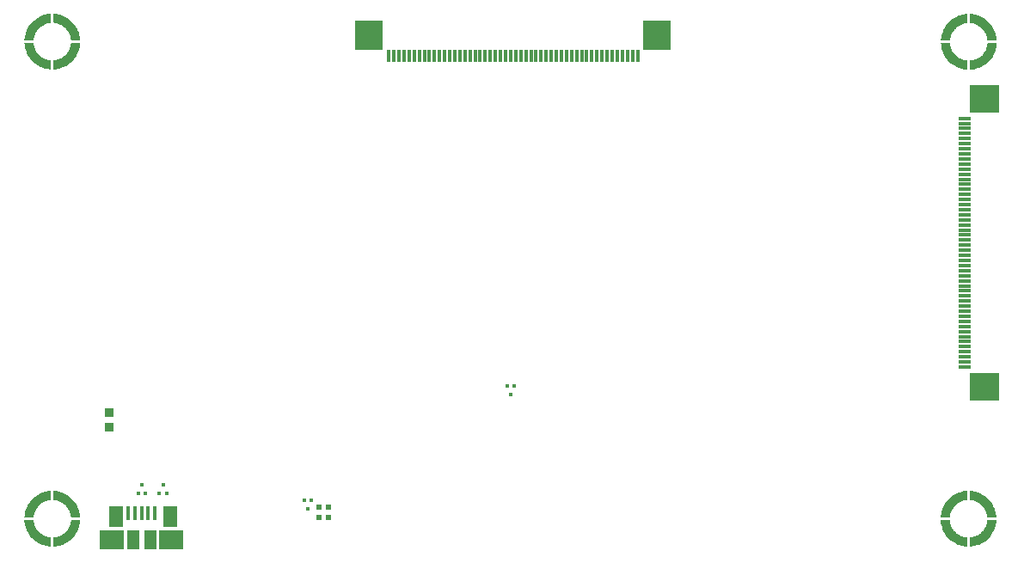
<source format=gbp>
%FSLAX44Y44*%
%MOMM*%
G71*
G01*
G75*
G04 Layer_Color=128*
%ADD10C,0.2500*%
%ADD11R,0.3000X0.3000*%
%ADD12R,0.4500X1.3800*%
%ADD13R,0.7620X0.7620*%
%ADD14R,0.6000X0.5500*%
%ADD15R,0.7620X0.7620*%
%ADD16R,0.6200X0.5700*%
%ADD17R,0.9500X0.9500*%
%ADD18R,0.9600X0.9700*%
%ADD19R,0.5500X1.5000*%
%ADD20R,0.9500X0.9500*%
%ADD21R,1.0000X0.6000*%
%ADD22R,0.5500X0.6000*%
%ADD23R,1.2000X3.0000*%
%ADD24R,0.6000X1.0000*%
%ADD25R,1.5500X1.5500*%
%ADD26O,0.6000X0.3000*%
%ADD27R,0.5000X0.4000*%
%ADD28R,0.5700X0.6200*%
%ADD29R,2.4000X1.5000*%
%ADD30R,0.5900X0.4500*%
%ADD31R,0.3500X0.8500*%
%ADD32R,0.2000X1.0000*%
%ADD33R,0.3000X1.2000*%
%ADD34R,3.2000X1.2000*%
%ADD35R,0.4500X0.2000*%
%ADD36R,0.5000X0.2000*%
%ADD37R,0.2000X0.4500*%
%ADD38R,0.2000X0.5000*%
%ADD39R,0.4500X0.5900*%
%ADD40R,0.3000X1.4500*%
%ADD41R,1.1000X1.4000*%
%ADD42R,0.2300X1.0000*%
%ADD43R,0.4000X0.5500*%
%ADD44R,0.3000X0.5500*%
%ADD45R,1.2500X1.7500*%
%ADD46R,0.9700X0.9600*%
%ADD47R,2.1000X2.1000*%
%ADD48R,0.2500X0.6000*%
%ADD49R,0.6000X0.2500*%
%ADD50O,0.5000X1.6000*%
%ADD51R,0.3000X0.3000*%
%ADD52R,1.0160X1.7000*%
%ADD53R,1.0160X1.7000*%
%ADD54R,1.0000X1.5000*%
%ADD55O,0.3000X0.8000*%
%ADD56O,0.8000X0.3000*%
G04:AMPARAMS|DCode=57|XSize=0.75mm|YSize=1.6mm|CornerRadius=0.075mm|HoleSize=0mm|Usage=FLASHONLY|Rotation=270.000|XOffset=0mm|YOffset=0mm|HoleType=Round|Shape=RoundedRectangle|*
%AMROUNDEDRECTD57*
21,1,0.7500,1.4500,0,0,270.0*
21,1,0.6000,1.6000,0,0,270.0*
1,1,0.1500,-0.7250,-0.3000*
1,1,0.1500,-0.7250,0.3000*
1,1,0.1500,0.7250,0.3000*
1,1,0.1500,0.7250,-0.3000*
%
%ADD57ROUNDEDRECTD57*%
G04:AMPARAMS|DCode=58|XSize=0.6mm|YSize=1.8mm|CornerRadius=0.06mm|HoleSize=0mm|Usage=FLASHONLY|Rotation=270.000|XOffset=0mm|YOffset=0mm|HoleType=Round|Shape=RoundedRectangle|*
%AMROUNDEDRECTD58*
21,1,0.6000,1.6800,0,0,270.0*
21,1,0.4800,1.8000,0,0,270.0*
1,1,0.1200,-0.8400,-0.2400*
1,1,0.1200,-0.8400,0.2400*
1,1,0.1200,0.8400,0.2400*
1,1,0.1200,0.8400,-0.2400*
%
%ADD58ROUNDEDRECTD58*%
G04:AMPARAMS|DCode=59|XSize=1.3mm|YSize=0.7mm|CornerRadius=0.07mm|HoleSize=0mm|Usage=FLASHONLY|Rotation=270.000|XOffset=0mm|YOffset=0mm|HoleType=Round|Shape=RoundedRectangle|*
%AMROUNDEDRECTD59*
21,1,1.3000,0.5600,0,0,270.0*
21,1,1.1600,0.7000,0,0,270.0*
1,1,0.1400,-0.2800,-0.5800*
1,1,0.1400,-0.2800,0.5800*
1,1,0.1400,0.2800,0.5800*
1,1,0.1400,0.2800,-0.5800*
%
%ADD59ROUNDEDRECTD59*%
%ADD60R,3.2000X3.2000*%
%ADD61R,0.7500X0.3000*%
%ADD62R,0.3000X0.7500*%
%ADD63R,1.0160X1.2700*%
%ADD64R,0.4000X0.9000*%
%ADD65R,0.4000X0.5000*%
%ADD66R,1.3900X1.4000*%
%ADD67R,3.3600X4.8600*%
%ADD68R,1.4000X1.1000*%
%ADD69R,0.8500X0.3560*%
%ADD70R,2.6000X3.0000*%
%ADD71R,0.3000X1.7500*%
%ADD72R,2.0000X3.5000*%
%ADD73R,3.4000X2.4000*%
%ADD74R,1.7000X1.0160*%
%ADD75R,1.7000X1.0160*%
%ADD76R,1.4000X2.1000*%
%ADD77R,2.3700X1.9000*%
%ADD78R,1.1750X1.9000*%
%ADD79C,0.2000*%
%ADD80C,0.3000*%
%ADD81C,0.1500*%
%ADD82C,0.4000*%
%ADD83C,0.1800*%
%ADD84C,0.2200*%
%ADD85C,0.3500*%
%ADD86R,2.1000X10.0000*%
%ADD87R,2.6000X6.8000*%
%ADD88R,4.4000X3.2000*%
%ADD89R,2.2000X13.7000*%
%ADD90O,1.0000X1.6000*%
%ADD91C,0.6500*%
%ADD92C,6.0000*%
%ADD93O,1.2000X1.7000*%
%ADD94O,1.2000X1.9000*%
%ADD95C,0.7500*%
%ADD96O,1.4000X2.8500*%
%ADD97O,1.2000X2.2500*%
%ADD98C,0.5000*%
%ADD99C,1.5000*%
%ADD100R,1.5000X1.5000*%
%ADD101O,4.5000X2.0000*%
%ADD102O,2.0000X4.0000*%
%ADD103O,4.0000X2.0000*%
%ADD104C,1.7000*%
%ADD105C,3.2500*%
%ADD106C,1.6500*%
%ADD107C,2.6000*%
%ADD108C,1.9000*%
%ADD109R,1.7000X1.7000*%
%ADD110C,0.6000*%
%ADD111C,1.0160*%
%ADD112R,3.4000X0.8000*%
%ADD113R,6.2000X1.5000*%
%ADD114O,1.6160X2.2160*%
%ADD115C,1.4160*%
%ADD116C,4.7160*%
%ADD117O,1.6160X2.1160*%
%ADD118O,1.6160X2.3160*%
%ADD119C,1.5660*%
%ADD120C,2.0160*%
%ADD121O,1.9160X3.3660*%
%ADD122O,1.7160X2.7560*%
%ADD123C,1.9160*%
%ADD124C,2.0360*%
%ADD125O,2.0160X4.0160*%
%ADD126O,4.0160X2.0160*%
%ADD127C,1.9060*%
%ADD128C,4.2660*%
%ADD129C,2.0360*%
%ADD130C,2.7160*%
%ADD131C,2.6160*%
%ADD132C,2.1160*%
%ADD133C,1.1660*%
%ADD134C,1.2660*%
%ADD135C,1.2160*%
%ADD136C,0.0000*%
%ADD137C,0.0051*%
%ADD138O,4.5160X2.0160*%
%ADD139R,1.2000X0.3000*%
%ADD140R,2.7000X3.0000*%
%ADD141R,3.0000X2.7000*%
%ADD142C,0.2540*%
%ADD143C,0.1000*%
%ADD144C,0.5500*%
%ADD145C,0.2286*%
%ADD146C,0.1270*%
%ADD147C,0.1778*%
%ADD148C,0.1524*%
%ADD149C,0.1200*%
%ADD150R,0.5032X0.5032*%
%ADD151R,0.6532X1.5832*%
%ADD152R,0.9652X0.9652*%
%ADD153R,0.8032X0.7532*%
%ADD154R,0.9652X0.9652*%
%ADD155R,0.8232X0.7732*%
%ADD156R,1.1532X1.1532*%
%ADD157R,1.1632X1.1732*%
%ADD158R,0.7532X1.7032*%
%ADD159R,1.1532X1.1532*%
%ADD160R,1.2032X0.8032*%
%ADD161R,0.7532X0.8032*%
%ADD162R,1.4032X3.2032*%
%ADD163R,0.8032X1.2032*%
%ADD164R,1.7532X1.7532*%
%ADD165O,0.8032X0.5032*%
%ADD166R,0.7032X0.6032*%
%ADD167R,0.7732X0.8232*%
%ADD168R,2.6032X1.7032*%
%ADD169R,0.7932X0.6532*%
%ADD170R,0.5532X1.0532*%
%ADD171R,0.4032X1.2032*%
%ADD172R,0.5032X1.4032*%
%ADD173R,3.4032X1.4032*%
%ADD174R,0.6532X0.4032*%
%ADD175R,0.7032X0.4032*%
%ADD176R,0.4032X0.6532*%
%ADD177R,0.4032X0.7032*%
%ADD178R,0.6532X0.7932*%
%ADD179R,0.5032X1.6532*%
%ADD180R,1.3032X1.6032*%
%ADD181R,0.4332X1.2032*%
%ADD182R,0.6032X0.7532*%
%ADD183R,0.5032X0.7532*%
%ADD184R,1.4532X1.9532*%
%ADD185R,1.1732X1.1632*%
%ADD186R,2.3032X2.3032*%
%ADD187R,0.4532X0.8032*%
%ADD188R,0.8032X0.4532*%
%ADD189O,0.7032X1.8032*%
%ADD190R,0.5032X0.5032*%
%ADD191R,1.2192X1.9032*%
%ADD192R,1.2192X1.9032*%
%ADD193R,1.2032X1.7032*%
%ADD194O,0.5032X1.0032*%
%ADD195O,1.0032X0.5032*%
G04:AMPARAMS|DCode=196|XSize=0.9532mm|YSize=1.8032mm|CornerRadius=0.1766mm|HoleSize=0mm|Usage=FLASHONLY|Rotation=270.000|XOffset=0mm|YOffset=0mm|HoleType=Round|Shape=RoundedRectangle|*
%AMROUNDEDRECTD196*
21,1,0.9532,1.4500,0,0,270.0*
21,1,0.6000,1.8032,0,0,270.0*
1,1,0.3532,-0.7250,-0.3000*
1,1,0.3532,-0.7250,0.3000*
1,1,0.3532,0.7250,0.3000*
1,1,0.3532,0.7250,-0.3000*
%
%ADD196ROUNDEDRECTD196*%
G04:AMPARAMS|DCode=197|XSize=0.8032mm|YSize=2.0032mm|CornerRadius=0.1616mm|HoleSize=0mm|Usage=FLASHONLY|Rotation=270.000|XOffset=0mm|YOffset=0mm|HoleType=Round|Shape=RoundedRectangle|*
%AMROUNDEDRECTD197*
21,1,0.8032,1.6800,0,0,270.0*
21,1,0.4800,2.0032,0,0,270.0*
1,1,0.3232,-0.8400,-0.2400*
1,1,0.3232,-0.8400,0.2400*
1,1,0.3232,0.8400,0.2400*
1,1,0.3232,0.8400,-0.2400*
%
%ADD197ROUNDEDRECTD197*%
G04:AMPARAMS|DCode=198|XSize=1.5032mm|YSize=0.9032mm|CornerRadius=0.1716mm|HoleSize=0mm|Usage=FLASHONLY|Rotation=270.000|XOffset=0mm|YOffset=0mm|HoleType=Round|Shape=RoundedRectangle|*
%AMROUNDEDRECTD198*
21,1,1.5032,0.5600,0,0,270.0*
21,1,1.1600,0.9032,0,0,270.0*
1,1,0.3432,-0.2800,-0.5800*
1,1,0.3432,-0.2800,0.5800*
1,1,0.3432,0.2800,0.5800*
1,1,0.3432,0.2800,-0.5800*
%
%ADD198ROUNDEDRECTD198*%
%ADD199R,3.4032X3.4032*%
%ADD200R,0.9532X0.5032*%
%ADD201R,0.5032X0.9532*%
%ADD202R,1.2192X1.4732*%
%ADD203R,0.6032X1.1032*%
%ADD204R,0.6032X0.7032*%
%ADD205R,1.5932X1.6032*%
%ADD206R,3.5632X5.0632*%
%ADD207R,1.6032X1.3032*%
%ADD208R,1.0532X0.5592*%
%ADD209R,2.8032X3.2032*%
%ADD210R,0.5032X1.9532*%
%ADD211R,2.2032X3.7032*%
%ADD212R,3.6032X2.6032*%
%ADD213R,1.9032X1.2192*%
%ADD214R,1.9032X1.2192*%
%ADD215R,1.6032X2.3032*%
%ADD216R,2.5732X2.1032*%
%ADD217R,1.3782X2.1032*%
%ADD218O,1.2032X1.8032*%
%ADD219C,0.8532*%
%ADD220C,0.2032*%
%ADD221C,6.2032*%
%ADD222O,1.4032X1.9032*%
%ADD223O,1.4032X2.1032*%
%ADD224C,0.9532*%
%ADD225O,1.6032X3.0532*%
%ADD226O,1.4032X2.4532*%
%ADD227C,0.7032*%
%ADD228C,1.7032*%
%ADD229R,1.7032X1.7032*%
%ADD230O,4.7032X2.2032*%
%ADD231O,2.2032X4.2032*%
%ADD232O,4.2032X2.2032*%
%ADD233C,1.9032*%
%ADD234C,3.4532*%
%ADD235C,1.8532*%
%ADD236C,2.8032*%
%ADD237C,2.1032*%
%ADD238R,1.9032X1.9032*%
%ADD239R,1.4032X0.5032*%
%ADD240R,2.9032X3.2032*%
%ADD241R,3.2032X2.9032*%
G36*
X-47269Y67374D02*
X-46053Y67223D01*
X-45052Y67059D01*
X-44260Y66891D01*
X-43549Y66740D01*
X-42597Y66497D01*
X-41560Y66179D01*
X-40677Y65871D01*
X-39808Y65548D01*
X-38450Y64986D01*
X-35673Y63502D01*
X-32804Y61584D01*
X-30896Y59822D01*
X-29114Y57894D01*
X-27820Y56318D01*
X-26626Y54533D01*
X-25964Y53295D01*
X-25713Y52825D01*
X-25463Y52359D01*
X-24947Y51394D01*
X-24515Y50305D01*
X-23826Y48444D01*
X-23322Y46658D01*
X-22914Y44723D01*
X-22689Y43151D01*
X-22545Y41272D01*
X-31543Y41261D01*
X-31577Y41685D01*
X-31598Y41898D01*
X-31622Y42104D01*
X-31694Y42657D01*
X-31734Y42926D01*
X-31780Y43194D01*
X-31881Y43728D01*
X-32000Y44268D01*
X-32068Y44551D01*
X-32107Y44698D01*
X-32184Y44985D01*
X-32267Y45272D01*
X-32355Y45553D01*
X-32461Y45876D01*
X-32571Y46195D01*
X-32627Y46357D01*
X-32689Y46520D01*
X-32804Y46824D01*
X-33000Y47297D01*
X-33203Y47754D01*
X-33420Y48206D01*
X-33648Y48655D01*
X-34141Y49528D01*
X-34433Y49996D01*
X-34716Y50425D01*
X-35005Y50833D01*
X-35340Y51286D01*
X-35521Y51512D01*
X-35951Y52034D01*
X-36174Y52292D01*
X-36398Y52551D01*
X-37327Y53482D01*
X-37955Y54038D01*
X-38542Y54533D01*
X-39113Y54941D01*
X-39456Y55211D01*
X-40164Y55686D01*
X-40829Y56059D01*
X-41431Y56396D01*
X-42061Y56717D01*
X-43123Y57172D01*
X-43968Y57491D01*
X-45297Y57904D01*
X-45661Y57996D01*
X-47082Y58274D01*
X-48722Y58469D01*
X-48722Y67473D01*
X-47269Y67374D01*
D02*
G37*
G36*
X-953534Y58469D02*
X-955174Y58274D01*
X-956595Y57996D01*
X-956959Y57904D01*
X-958288Y57491D01*
X-959134Y57172D01*
X-960195Y56717D01*
X-960825Y56396D01*
X-961427Y56059D01*
X-962092Y55686D01*
X-962800Y55211D01*
X-963144Y54940D01*
X-963714Y54533D01*
X-964301Y54038D01*
X-964929Y53482D01*
X-965858Y52551D01*
X-966082Y52292D01*
X-966305Y52034D01*
X-966735Y51512D01*
X-966916Y51286D01*
X-967251Y50833D01*
X-967540Y50425D01*
X-967823Y49996D01*
X-968115Y49528D01*
X-968608Y48655D01*
X-968836Y48206D01*
X-969053Y47754D01*
X-969256Y47297D01*
X-969452Y46824D01*
X-969567Y46520D01*
X-969629Y46357D01*
X-969685Y46195D01*
X-969796Y45876D01*
X-969901Y45553D01*
X-969989Y45272D01*
X-970072Y44985D01*
X-970149Y44698D01*
X-970189Y44551D01*
X-970256Y44268D01*
X-970375Y43728D01*
X-970476Y43194D01*
X-970522Y42926D01*
X-970562Y42657D01*
X-970634Y42104D01*
X-970658Y41898D01*
X-970679Y41685D01*
X-970713Y41260D01*
X-979712Y41272D01*
X-979567Y43151D01*
X-979342Y44723D01*
X-978934Y46658D01*
X-978430Y48444D01*
X-977741Y50305D01*
X-977309Y51394D01*
X-976793Y52359D01*
X-976544Y52825D01*
X-976292Y53295D01*
X-975630Y54533D01*
X-974436Y56318D01*
X-973142Y57894D01*
X-971360Y59822D01*
X-969452Y61584D01*
X-966583Y63501D01*
X-963806Y64985D01*
X-962448Y65548D01*
X-961579Y65871D01*
X-960696Y66178D01*
X-959660Y66497D01*
X-958707Y66740D01*
X-957996Y66891D01*
X-957204Y67059D01*
X-956203Y67223D01*
X-954987Y67374D01*
X-953534Y67473D01*
X-953534Y58469D01*
D02*
G37*
G36*
X-51261Y58457D02*
X-51685Y58423D01*
X-51898Y58401D01*
X-52104Y58378D01*
X-52657Y58306D01*
X-52926Y58266D01*
X-53194Y58220D01*
X-53728Y58119D01*
X-54268Y58000D01*
X-54551Y57932D01*
X-54698Y57893D01*
X-54985Y57816D01*
X-55272Y57733D01*
X-55553Y57645D01*
X-55876Y57539D01*
X-56195Y57429D01*
X-56357Y57372D01*
X-56520Y57311D01*
X-56824Y57196D01*
X-57297Y57000D01*
X-57754Y56797D01*
X-58206Y56580D01*
X-58655Y56352D01*
X-59528Y55859D01*
X-59996Y55567D01*
X-60425Y55284D01*
X-60833Y54995D01*
X-61286Y54660D01*
X-61512Y54479D01*
X-62034Y54049D01*
X-62292Y53826D01*
X-62551Y53602D01*
X-63482Y52673D01*
X-64038Y52045D01*
X-64533Y51458D01*
X-64941Y50887D01*
X-65211Y50544D01*
X-65686Y49836D01*
X-66059Y49171D01*
X-66396Y48569D01*
X-66717Y47939D01*
X-67172Y46877D01*
X-67491Y46032D01*
X-67904Y44703D01*
X-67996Y44339D01*
X-68274Y42918D01*
X-68469Y41278D01*
X-77473Y41278D01*
X-77374Y42731D01*
X-77223Y43947D01*
X-77059Y44948D01*
X-76891Y45740D01*
X-76740Y46451D01*
X-76497Y47403D01*
X-76179Y48440D01*
X-75871Y49323D01*
X-75548Y50192D01*
X-74986Y51550D01*
X-73502Y54327D01*
X-71584Y57196D01*
X-69822Y59104D01*
X-67894Y60886D01*
X-66318Y62180D01*
X-64533Y63374D01*
X-63295Y64036D01*
X-62825Y64287D01*
X-62359Y64537D01*
X-61394Y65053D01*
X-60305Y65485D01*
X-58444Y66174D01*
X-56658Y66678D01*
X-54723Y67086D01*
X-53151Y67311D01*
X-51272Y67456D01*
X-51261Y58457D01*
D02*
G37*
G36*
X-949105Y67310D02*
X-947533Y67086D01*
X-945598Y66678D01*
X-943812Y66174D01*
X-941951Y65485D01*
X-940862Y65053D01*
X-939897Y64537D01*
X-939431Y64287D01*
X-938961Y64036D01*
X-937723Y63374D01*
X-935938Y62179D01*
X-934362Y60885D01*
X-932434Y59104D01*
X-930672Y57196D01*
X-928754Y54326D01*
X-927270Y51550D01*
X-926708Y50192D01*
X-926385Y49323D01*
X-926077Y48440D01*
X-925759Y47403D01*
X-925516Y46451D01*
X-925365Y45740D01*
X-925197Y44947D01*
X-925033Y43947D01*
X-924882Y42731D01*
X-924783Y41278D01*
X-933787Y41278D01*
X-933982Y42918D01*
X-934260Y44339D01*
X-934352Y44703D01*
X-934765Y46032D01*
X-935084Y46877D01*
X-935539Y47939D01*
X-935860Y48569D01*
X-936197Y49171D01*
X-936570Y49836D01*
X-937045Y50544D01*
X-937316Y50887D01*
X-937723Y51458D01*
X-938218Y52045D01*
X-938774Y52672D01*
X-939705Y53601D01*
X-939964Y53826D01*
X-940222Y54049D01*
X-940744Y54479D01*
X-940970Y54660D01*
X-941423Y54995D01*
X-941831Y55284D01*
X-942260Y55567D01*
X-942728Y55859D01*
X-943601Y56352D01*
X-944050Y56580D01*
X-944502Y56797D01*
X-944959Y57000D01*
X-945432Y57196D01*
X-945736Y57311D01*
X-945899Y57372D01*
X-946061Y57429D01*
X-946380Y57539D01*
X-946703Y57645D01*
X-946984Y57733D01*
X-947271Y57816D01*
X-947558Y57893D01*
X-947705Y57932D01*
X-947988Y58000D01*
X-948528Y58119D01*
X-949062Y58220D01*
X-949330Y58266D01*
X-949599Y58306D01*
X-950152Y58378D01*
X-950358Y58401D01*
X-950571Y58423D01*
X-950995Y58457D01*
X-950984Y67455D01*
X-949105Y67310D01*
D02*
G37*
G36*
X-68423Y38315D02*
X-68401Y38102D01*
X-68378Y37896D01*
X-68306Y37343D01*
X-68266Y37074D01*
X-68220Y36806D01*
X-68119Y36272D01*
X-68000Y35732D01*
X-67932Y35449D01*
X-67893Y35302D01*
X-67816Y35015D01*
X-67733Y34728D01*
X-67645Y34447D01*
X-67539Y34124D01*
X-67429Y33805D01*
X-67372Y33643D01*
X-67311Y33480D01*
X-67196Y33176D01*
X-67000Y32703D01*
X-66797Y32246D01*
X-66580Y31794D01*
X-66352Y31345D01*
X-65859Y30472D01*
X-65567Y30004D01*
X-65284Y29575D01*
X-64995Y29167D01*
X-64660Y28714D01*
X-64479Y28488D01*
X-64049Y27966D01*
X-63826Y27708D01*
X-63602Y27448D01*
X-62673Y26518D01*
X-62045Y25962D01*
X-61458Y25467D01*
X-60887Y25059D01*
X-60544Y24789D01*
X-59836Y24314D01*
X-59171Y23941D01*
X-58569Y23603D01*
X-57939Y23283D01*
X-56877Y22827D01*
X-56032Y22509D01*
X-54703Y22096D01*
X-54339Y22004D01*
X-52918Y21726D01*
X-51278Y21531D01*
X-51278Y12527D01*
X-52731Y12626D01*
X-53947Y12777D01*
X-54948Y12941D01*
X-55740Y13109D01*
X-56451Y13260D01*
X-57403Y13503D01*
X-58440Y13821D01*
X-59323Y14129D01*
X-60192Y14452D01*
X-61550Y15014D01*
X-64327Y16498D01*
X-67196Y18416D01*
X-69104Y20178D01*
X-70886Y22106D01*
X-72180Y23682D01*
X-73374Y25467D01*
X-74036Y26705D01*
X-74287Y27175D01*
X-74537Y27641D01*
X-75053Y28606D01*
X-75485Y29695D01*
X-76174Y31556D01*
X-76678Y33342D01*
X-77086Y35277D01*
X-77311Y36849D01*
X-77456Y38728D01*
X-68457Y38739D01*
X-68423Y38315D01*
D02*
G37*
G36*
X-924801Y38728D02*
X-924946Y36849D01*
X-925170Y35277D01*
X-925578Y33342D01*
X-926082Y31556D01*
X-926771Y29695D01*
X-927203Y28605D01*
X-927719Y27641D01*
X-927969Y27174D01*
X-928220Y26704D01*
X-928882Y25467D01*
X-930077Y23682D01*
X-931370Y22105D01*
X-933152Y20178D01*
X-935060Y18416D01*
X-937930Y16498D01*
X-940706Y15014D01*
X-942064Y14452D01*
X-942933Y14129D01*
X-943816Y13821D01*
X-944853Y13503D01*
X-945805Y13260D01*
X-946516Y13109D01*
X-947309Y12940D01*
X-948309Y12777D01*
X-949525Y12626D01*
X-950978Y12527D01*
X-950978Y21531D01*
X-949338Y21726D01*
X-947917Y22004D01*
X-947553Y22095D01*
X-946224Y22509D01*
X-945379Y22827D01*
X-944317Y23282D01*
X-943687Y23603D01*
X-943085Y23941D01*
X-942420Y24313D01*
X-941712Y24788D01*
X-941369Y25059D01*
X-940798Y25466D01*
X-940211Y25962D01*
X-939584Y26517D01*
X-938654Y27448D01*
X-938430Y27708D01*
X-938207Y27966D01*
X-937777Y28488D01*
X-937596Y28714D01*
X-937261Y29167D01*
X-936972Y29575D01*
X-936689Y30004D01*
X-936397Y30472D01*
X-935904Y31345D01*
X-935676Y31794D01*
X-935459Y32246D01*
X-935256Y32703D01*
X-935060Y33176D01*
X-934945Y33480D01*
X-934884Y33643D01*
X-934827Y33805D01*
X-934717Y34124D01*
X-934611Y34447D01*
X-934523Y34728D01*
X-934440Y35015D01*
X-934363Y35302D01*
X-934324Y35448D01*
X-934256Y35732D01*
X-934137Y36272D01*
X-934036Y36806D01*
X-933990Y37074D01*
X-933950Y37343D01*
X-933878Y37896D01*
X-933855Y38102D01*
X-933833Y38315D01*
X-933799Y38739D01*
X-924801Y38728D01*
D02*
G37*
G36*
X-22626Y37269D02*
X-22777Y36053D01*
X-22941Y35052D01*
X-23109Y34260D01*
X-23260Y33549D01*
X-23503Y32597D01*
X-23821Y31560D01*
X-24129Y30677D01*
X-24452Y29808D01*
X-25014Y28450D01*
X-26498Y25673D01*
X-28416Y22804D01*
X-30178Y20896D01*
X-32106Y19114D01*
X-33682Y17820D01*
X-35467Y16626D01*
X-36705Y15964D01*
X-37175Y15713D01*
X-37641Y15463D01*
X-38606Y14947D01*
X-39695Y14515D01*
X-41556Y13826D01*
X-43342Y13322D01*
X-45277Y12914D01*
X-46849Y12689D01*
X-48728Y12544D01*
X-48739Y21543D01*
X-48315Y21577D01*
X-48102Y21598D01*
X-47896Y21622D01*
X-47343Y21694D01*
X-47074Y21734D01*
X-46806Y21780D01*
X-46272Y21881D01*
X-45732Y22000D01*
X-45449Y22068D01*
X-45302Y22107D01*
X-45015Y22184D01*
X-44728Y22267D01*
X-44447Y22355D01*
X-44124Y22461D01*
X-43805Y22571D01*
X-43643Y22627D01*
X-43480Y22689D01*
X-43176Y22804D01*
X-42703Y23000D01*
X-42246Y23203D01*
X-41794Y23420D01*
X-41345Y23648D01*
X-40472Y24141D01*
X-40004Y24433D01*
X-39575Y24716D01*
X-39167Y25005D01*
X-38714Y25340D01*
X-38488Y25521D01*
X-37966Y25951D01*
X-37708Y26174D01*
X-37448Y26398D01*
X-36518Y27327D01*
X-35962Y27955D01*
X-35467Y28542D01*
X-35059Y29113D01*
X-34789Y29456D01*
X-34314Y30164D01*
X-33941Y30829D01*
X-33603Y31431D01*
X-33283Y32061D01*
X-32827Y33122D01*
X-32509Y33968D01*
X-32096Y35297D01*
X-32004Y35661D01*
X-31726Y37082D01*
X-31531Y38722D01*
X-22527Y38722D01*
X-22626Y37269D01*
D02*
G37*
G36*
X-970725Y38722D02*
X-970530Y37082D01*
X-970252Y35661D01*
X-970160Y35296D01*
X-969747Y33968D01*
X-969429Y33122D01*
X-968973Y32060D01*
X-968653Y31431D01*
X-968315Y30829D01*
X-967943Y30164D01*
X-967467Y29456D01*
X-967197Y29112D01*
X-966789Y28542D01*
X-966294Y27955D01*
X-965739Y27327D01*
X-964808Y26398D01*
X-964548Y26174D01*
X-964290Y25951D01*
X-963768Y25521D01*
X-963542Y25340D01*
X-963089Y25005D01*
X-962681Y24716D01*
X-962252Y24433D01*
X-961784Y24141D01*
X-960911Y23648D01*
X-960462Y23420D01*
X-960010Y23203D01*
X-959553Y23000D01*
X-959080Y22804D01*
X-958776Y22689D01*
X-958613Y22627D01*
X-958451Y22571D01*
X-958132Y22460D01*
X-957809Y22355D01*
X-957528Y22267D01*
X-957241Y22184D01*
X-956954Y22107D01*
X-956807Y22067D01*
X-956524Y22000D01*
X-955984Y21881D01*
X-955450Y21780D01*
X-955182Y21734D01*
X-954913Y21694D01*
X-954360Y21622D01*
X-954154Y21598D01*
X-953941Y21577D01*
X-953517Y21542D01*
X-953528Y12544D01*
X-955407Y12689D01*
X-956979Y12914D01*
X-958914Y13322D01*
X-960700Y13826D01*
X-962561Y14514D01*
X-963650Y14947D01*
X-964615Y15463D01*
X-965081Y15712D01*
X-965551Y15964D01*
X-966789Y16626D01*
X-968574Y17820D01*
X-970151Y19114D01*
X-972078Y20896D01*
X-973840Y22804D01*
X-975758Y25673D01*
X-977242Y28450D01*
X-977804Y29808D01*
X-978127Y30677D01*
X-978435Y31560D01*
X-978753Y32596D01*
X-978996Y33549D01*
X-979147Y34260D01*
X-979315Y35052D01*
X-979479Y36053D01*
X-979630Y37269D01*
X-979729Y38722D01*
X-970725Y38722D01*
D02*
G37*
G36*
X-51021Y528218D02*
X-51445Y528183D01*
X-51658Y528162D01*
X-51864Y528138D01*
X-52417Y528066D01*
X-52686Y528026D01*
X-52954Y527980D01*
X-53488Y527879D01*
X-54028Y527760D01*
X-54311Y527692D01*
X-54458Y527653D01*
X-54745Y527576D01*
X-55032Y527493D01*
X-55313Y527405D01*
X-55636Y527299D01*
X-55955Y527189D01*
X-56117Y527133D01*
X-56280Y527071D01*
X-56584Y526956D01*
X-57057Y526760D01*
X-57514Y526557D01*
X-57966Y526340D01*
X-58415Y526112D01*
X-59288Y525619D01*
X-59756Y525327D01*
X-60185Y525044D01*
X-60593Y524755D01*
X-61046Y524420D01*
X-61272Y524239D01*
X-61794Y523809D01*
X-62052Y523586D01*
X-62312Y523362D01*
X-63243Y522433D01*
X-63798Y521805D01*
X-64293Y521218D01*
X-64701Y520648D01*
X-64971Y520304D01*
X-65447Y519596D01*
X-65819Y518931D01*
X-66157Y518329D01*
X-66477Y517700D01*
X-66933Y516638D01*
X-67251Y515792D01*
X-67664Y514463D01*
X-67756Y514099D01*
X-68034Y512678D01*
X-68229Y511038D01*
X-77233Y511038D01*
X-77134Y512491D01*
X-76983Y513707D01*
X-76820Y514708D01*
X-76651Y515500D01*
X-76500Y516211D01*
X-76257Y517164D01*
X-75939Y518200D01*
X-75631Y519083D01*
X-75308Y519952D01*
X-74746Y521310D01*
X-73262Y524087D01*
X-71344Y526956D01*
X-69582Y528864D01*
X-67655Y530646D01*
X-66078Y531940D01*
X-64293Y533134D01*
X-63055Y533796D01*
X-62586Y534048D01*
X-62119Y534297D01*
X-61154Y534813D01*
X-60065Y535245D01*
X-58204Y535934D01*
X-56418Y536438D01*
X-54483Y536846D01*
X-52911Y537071D01*
X-51032Y537216D01*
X-51021Y528218D01*
D02*
G37*
G36*
X-47029Y537134D02*
X-45813Y536983D01*
X-44813Y536820D01*
X-44020Y536651D01*
X-43309Y536500D01*
X-42357Y536257D01*
X-41320Y535939D01*
X-40437Y535631D01*
X-39568Y535308D01*
X-38210Y534746D01*
X-35434Y533262D01*
X-32564Y531344D01*
X-30656Y529582D01*
X-28874Y527654D01*
X-27580Y526078D01*
X-26386Y524293D01*
X-25724Y523055D01*
X-25473Y522586D01*
X-25223Y522119D01*
X-24707Y521154D01*
X-24275Y520065D01*
X-23586Y518204D01*
X-23082Y516418D01*
X-22674Y514483D01*
X-22450Y512911D01*
X-22305Y511032D01*
X-31303Y511021D01*
X-31337Y511445D01*
X-31359Y511658D01*
X-31382Y511864D01*
X-31454Y512417D01*
X-31494Y512686D01*
X-31540Y512954D01*
X-31641Y513488D01*
X-31760Y514028D01*
X-31828Y514311D01*
X-31867Y514458D01*
X-31944Y514745D01*
X-32027Y515032D01*
X-32115Y515313D01*
X-32221Y515636D01*
X-32331Y515955D01*
X-32388Y516117D01*
X-32449Y516280D01*
X-32564Y516584D01*
X-32760Y517057D01*
X-32963Y517514D01*
X-33180Y517966D01*
X-33408Y518415D01*
X-33901Y519288D01*
X-34193Y519756D01*
X-34476Y520185D01*
X-34765Y520593D01*
X-35100Y521046D01*
X-35281Y521272D01*
X-35711Y521794D01*
X-35934Y522052D01*
X-36158Y522312D01*
X-37088Y523242D01*
X-37715Y523798D01*
X-38302Y524293D01*
X-38873Y524701D01*
X-39216Y524972D01*
X-39924Y525447D01*
X-40589Y525819D01*
X-41191Y526157D01*
X-41821Y526478D01*
X-42883Y526933D01*
X-43728Y527251D01*
X-45057Y527664D01*
X-45421Y527756D01*
X-46842Y528034D01*
X-48482Y528229D01*
X-48482Y537233D01*
X-47029Y537134D01*
D02*
G37*
G36*
X-953517Y528457D02*
X-953941Y528423D01*
X-954154Y528401D01*
X-954360Y528378D01*
X-954913Y528306D01*
X-955182Y528266D01*
X-955450Y528220D01*
X-955984Y528119D01*
X-956524Y528000D01*
X-956807Y527932D01*
X-956954Y527893D01*
X-957241Y527816D01*
X-957528Y527733D01*
X-957809Y527645D01*
X-958132Y527539D01*
X-958451Y527429D01*
X-958613Y527373D01*
X-958776Y527311D01*
X-959080Y527196D01*
X-959553Y527000D01*
X-960010Y526797D01*
X-960462Y526580D01*
X-960911Y526352D01*
X-961784Y525859D01*
X-962252Y525567D01*
X-962681Y525284D01*
X-963089Y524995D01*
X-963542Y524660D01*
X-963768Y524479D01*
X-964290Y524049D01*
X-964548Y523826D01*
X-964807Y523602D01*
X-965738Y522673D01*
X-966294Y522045D01*
X-966789Y521458D01*
X-967197Y520887D01*
X-967467Y520544D01*
X-967942Y519836D01*
X-968315Y519171D01*
X-968652Y518569D01*
X-968973Y517939D01*
X-969428Y516878D01*
X-969747Y516032D01*
X-970160Y514703D01*
X-970252Y514339D01*
X-970530Y512918D01*
X-970725Y511278D01*
X-979729Y511278D01*
X-979630Y512731D01*
X-979479Y513947D01*
X-979315Y514948D01*
X-979147Y515740D01*
X-978996Y516451D01*
X-978753Y517403D01*
X-978435Y518440D01*
X-978127Y519323D01*
X-977804Y520192D01*
X-977242Y521550D01*
X-975758Y524327D01*
X-973840Y527196D01*
X-972078Y529104D01*
X-970150Y530886D01*
X-968574Y532180D01*
X-966789Y533374D01*
X-965551Y534036D01*
X-965081Y534287D01*
X-964615Y534537D01*
X-963650Y535053D01*
X-962561Y535485D01*
X-960700Y536174D01*
X-958914Y536678D01*
X-956979Y537086D01*
X-955407Y537311D01*
X-953528Y537455D01*
X-953517Y528457D01*
D02*
G37*
G36*
X-949525Y537374D02*
X-948309Y537223D01*
X-947308Y537059D01*
X-946516Y536891D01*
X-945805Y536740D01*
X-944853Y536497D01*
X-943816Y536179D01*
X-942933Y535871D01*
X-942064Y535548D01*
X-940706Y534986D01*
X-937930Y533502D01*
X-935060Y531584D01*
X-933152Y529822D01*
X-931370Y527894D01*
X-930076Y526318D01*
X-928882Y524533D01*
X-928220Y523295D01*
X-927969Y522825D01*
X-927719Y522359D01*
X-927203Y521394D01*
X-926771Y520305D01*
X-926082Y518444D01*
X-925578Y516658D01*
X-925170Y514723D01*
X-924945Y513151D01*
X-924800Y511272D01*
X-933799Y511261D01*
X-933833Y511685D01*
X-933855Y511898D01*
X-933878Y512104D01*
X-933950Y512657D01*
X-933990Y512926D01*
X-934036Y513194D01*
X-934137Y513728D01*
X-934256Y514268D01*
X-934324Y514551D01*
X-934363Y514698D01*
X-934440Y514985D01*
X-934523Y515272D01*
X-934611Y515553D01*
X-934717Y515876D01*
X-934827Y516195D01*
X-934883Y516357D01*
X-934945Y516520D01*
X-935060Y516824D01*
X-935256Y517297D01*
X-935459Y517754D01*
X-935676Y518206D01*
X-935904Y518655D01*
X-936397Y519528D01*
X-936689Y519996D01*
X-936972Y520425D01*
X-937261Y520833D01*
X-937596Y521286D01*
X-937777Y521512D01*
X-938207Y522034D01*
X-938430Y522292D01*
X-938654Y522551D01*
X-939583Y523482D01*
X-940211Y524038D01*
X-940798Y524533D01*
X-941368Y524940D01*
X-941712Y525211D01*
X-942420Y525686D01*
X-943085Y526059D01*
X-943687Y526396D01*
X-944317Y526717D01*
X-945378Y527173D01*
X-946224Y527491D01*
X-947553Y527904D01*
X-947917Y527996D01*
X-949338Y528274D01*
X-950978Y528469D01*
X-950978Y537473D01*
X-949525Y537374D01*
D02*
G37*
G36*
X-22386Y507029D02*
X-22537Y505813D01*
X-22701Y504813D01*
X-22869Y504020D01*
X-23020Y503309D01*
X-23263Y502357D01*
X-23582Y501320D01*
X-23889Y500437D01*
X-24212Y499568D01*
X-24774Y498210D01*
X-26258Y495434D01*
X-28176Y492564D01*
X-29938Y490656D01*
X-31866Y488875D01*
X-33442Y487580D01*
X-35227Y486386D01*
X-36465Y485724D01*
X-36935Y485473D01*
X-37401Y485223D01*
X-38366Y484707D01*
X-39455Y484275D01*
X-41316Y483586D01*
X-43102Y483082D01*
X-45037Y482674D01*
X-46609Y482449D01*
X-48488Y482305D01*
X-48499Y491303D01*
X-48075Y491337D01*
X-47862Y491359D01*
X-47656Y491382D01*
X-47103Y491454D01*
X-46834Y491494D01*
X-46566Y491540D01*
X-46032Y491641D01*
X-45492Y491760D01*
X-45209Y491828D01*
X-45062Y491867D01*
X-44775Y491944D01*
X-44488Y492027D01*
X-44207Y492115D01*
X-43884Y492221D01*
X-43565Y492331D01*
X-43403Y492388D01*
X-43240Y492449D01*
X-42936Y492564D01*
X-42463Y492760D01*
X-42006Y492963D01*
X-41554Y493180D01*
X-41105Y493408D01*
X-40232Y493901D01*
X-39764Y494193D01*
X-39335Y494476D01*
X-38927Y494765D01*
X-38474Y495100D01*
X-38248Y495281D01*
X-37726Y495711D01*
X-37468Y495934D01*
X-37209Y496158D01*
X-36278Y497088D01*
X-35722Y497715D01*
X-35227Y498302D01*
X-34820Y498873D01*
X-34549Y499216D01*
X-34074Y499924D01*
X-33701Y500589D01*
X-33364Y501191D01*
X-33043Y501821D01*
X-32588Y502883D01*
X-32269Y503728D01*
X-31856Y505057D01*
X-31764Y505421D01*
X-31486Y506842D01*
X-31291Y508482D01*
X-22287Y508482D01*
X-22386Y507029D01*
D02*
G37*
G36*
X-68183Y508075D02*
X-68162Y507862D01*
X-68138Y507656D01*
X-68066Y507103D01*
X-68026Y506834D01*
X-67980Y506566D01*
X-67879Y506032D01*
X-67760Y505492D01*
X-67692Y505209D01*
X-67653Y505062D01*
X-67576Y504775D01*
X-67493Y504488D01*
X-67405Y504207D01*
X-67299Y503884D01*
X-67189Y503565D01*
X-67133Y503403D01*
X-67071Y503240D01*
X-66956Y502936D01*
X-66760Y502463D01*
X-66557Y502006D01*
X-66340Y501554D01*
X-66112Y501105D01*
X-65619Y500232D01*
X-65327Y499764D01*
X-65044Y499335D01*
X-64755Y498927D01*
X-64420Y498474D01*
X-64239Y498248D01*
X-63809Y497726D01*
X-63586Y497468D01*
X-63362Y497209D01*
X-62433Y496278D01*
X-61805Y495722D01*
X-61218Y495227D01*
X-60648Y494820D01*
X-60304Y494549D01*
X-59596Y494074D01*
X-58931Y493701D01*
X-58329Y493364D01*
X-57699Y493043D01*
X-56638Y492588D01*
X-55792Y492269D01*
X-54463Y491856D01*
X-54099Y491764D01*
X-52678Y491486D01*
X-51038Y491291D01*
X-51038Y482287D01*
X-52491Y482386D01*
X-53707Y482537D01*
X-54708Y482701D01*
X-55500Y482869D01*
X-56211Y483020D01*
X-57164Y483263D01*
X-58200Y483582D01*
X-59083Y483889D01*
X-59952Y484212D01*
X-61310Y484774D01*
X-64087Y486259D01*
X-66956Y488176D01*
X-68864Y489938D01*
X-70646Y491866D01*
X-71940Y493442D01*
X-73134Y495227D01*
X-73796Y496465D01*
X-74048Y496935D01*
X-74297Y497401D01*
X-74813Y498366D01*
X-75245Y499455D01*
X-75934Y501316D01*
X-76438Y503102D01*
X-76846Y505037D01*
X-77071Y506609D01*
X-77216Y508488D01*
X-68218Y508499D01*
X-68183Y508075D01*
D02*
G37*
G36*
X-924882Y507269D02*
X-925033Y506053D01*
X-925197Y505052D01*
X-925365Y504260D01*
X-925516Y503549D01*
X-925759Y502597D01*
X-926077Y501560D01*
X-926385Y500677D01*
X-926708Y499808D01*
X-927270Y498450D01*
X-928754Y495673D01*
X-930672Y492804D01*
X-932434Y490896D01*
X-934362Y489114D01*
X-935938Y487820D01*
X-937723Y486626D01*
X-938961Y485964D01*
X-939431Y485713D01*
X-939897Y485463D01*
X-940862Y484947D01*
X-941951Y484515D01*
X-943812Y483826D01*
X-945598Y483322D01*
X-947533Y482914D01*
X-949105Y482689D01*
X-950984Y482545D01*
X-950995Y491543D01*
X-950571Y491577D01*
X-950358Y491599D01*
X-950152Y491622D01*
X-949599Y491694D01*
X-949330Y491734D01*
X-949062Y491780D01*
X-948528Y491881D01*
X-947988Y492000D01*
X-947705Y492068D01*
X-947558Y492107D01*
X-947271Y492184D01*
X-946984Y492267D01*
X-946703Y492355D01*
X-946380Y492461D01*
X-946061Y492571D01*
X-945899Y492627D01*
X-945736Y492689D01*
X-945432Y492804D01*
X-944959Y493000D01*
X-944502Y493203D01*
X-944050Y493420D01*
X-943601Y493648D01*
X-942728Y494141D01*
X-942260Y494433D01*
X-941831Y494716D01*
X-941423Y495005D01*
X-940970Y495340D01*
X-940744Y495521D01*
X-940222Y495951D01*
X-939964Y496174D01*
X-939705Y496398D01*
X-938774Y497327D01*
X-938218Y497955D01*
X-937723Y498542D01*
X-937316Y499113D01*
X-937045Y499456D01*
X-936570Y500164D01*
X-936197Y500829D01*
X-935860Y501431D01*
X-935539Y502061D01*
X-935083Y503122D01*
X-934765Y503968D01*
X-934352Y505297D01*
X-934260Y505661D01*
X-933982Y507082D01*
X-933787Y508722D01*
X-924783Y508722D01*
X-924882Y507269D01*
D02*
G37*
G36*
X-970679Y508315D02*
X-970657Y508102D01*
X-970634Y507896D01*
X-970562Y507343D01*
X-970522Y507074D01*
X-970476Y506806D01*
X-970375Y506272D01*
X-970256Y505732D01*
X-970188Y505449D01*
X-970149Y505302D01*
X-970072Y505015D01*
X-969989Y504728D01*
X-969901Y504447D01*
X-969795Y504124D01*
X-969685Y503805D01*
X-969629Y503643D01*
X-969567Y503480D01*
X-969452Y503176D01*
X-969256Y502703D01*
X-969053Y502246D01*
X-968836Y501794D01*
X-968608Y501345D01*
X-968115Y500472D01*
X-967823Y500004D01*
X-967540Y499575D01*
X-967251Y499167D01*
X-966916Y498714D01*
X-966735Y498488D01*
X-966305Y497966D01*
X-966082Y497708D01*
X-965858Y497449D01*
X-964929Y496518D01*
X-964301Y495962D01*
X-963714Y495467D01*
X-963143Y495060D01*
X-962800Y494789D01*
X-962092Y494314D01*
X-961427Y493941D01*
X-960825Y493604D01*
X-960195Y493283D01*
X-959134Y492827D01*
X-958288Y492509D01*
X-956959Y492096D01*
X-956595Y492004D01*
X-955174Y491726D01*
X-953534Y491531D01*
X-953534Y482527D01*
X-954987Y482626D01*
X-956203Y482777D01*
X-957204Y482941D01*
X-957996Y483109D01*
X-958707Y483260D01*
X-959659Y483503D01*
X-960696Y483821D01*
X-961579Y484129D01*
X-962448Y484452D01*
X-963806Y485014D01*
X-966582Y486498D01*
X-969452Y488416D01*
X-971360Y490178D01*
X-973142Y492106D01*
X-974436Y493682D01*
X-975630Y495467D01*
X-976292Y496705D01*
X-976543Y497175D01*
X-976793Y497641D01*
X-977309Y498606D01*
X-977741Y499695D01*
X-978430Y501556D01*
X-978934Y503342D01*
X-979342Y505277D01*
X-979567Y506849D01*
X-979712Y508728D01*
X-970713Y508739D01*
X-970679Y508315D01*
D02*
G37*
D11*
X-867756Y64750D02*
D03*
X-860756D02*
D03*
X-864256Y73250D02*
D03*
X-500856Y162320D02*
D03*
X-497356Y170820D02*
D03*
X-504356D02*
D03*
X-704339Y58512D02*
D03*
X-697339D02*
D03*
X-700839Y50012D02*
D03*
X-843256Y73250D02*
D03*
X-846756Y64750D02*
D03*
X-839756D02*
D03*
D12*
X-864256Y45630D02*
D03*
X-857756D02*
D03*
X-877256D02*
D03*
X-870756D02*
D03*
X-851256D02*
D03*
D16*
X-680337Y51047D02*
D03*
Y41447D02*
D03*
X-689615Y51047D02*
D03*
Y41447D02*
D03*
D17*
X-896000Y129750D02*
D03*
Y144250D02*
D03*
D33*
X-590905Y496190D02*
D03*
X-585906D02*
D03*
X-600905D02*
D03*
X-595906D02*
D03*
X-575906D02*
D03*
X-570905D02*
D03*
X-510905D02*
D03*
X-505906D02*
D03*
X-500905D02*
D03*
X-495906D02*
D03*
X-485906D02*
D03*
X-480905D02*
D03*
X-580905D02*
D03*
X-565906D02*
D03*
X-560905D02*
D03*
X-555906D02*
D03*
X-550905D02*
D03*
X-545906D02*
D03*
X-540905D02*
D03*
X-535906D02*
D03*
X-490905D02*
D03*
X-475906D02*
D03*
X-470905D02*
D03*
X-465906D02*
D03*
X-460905D02*
D03*
X-455906D02*
D03*
X-450905D02*
D03*
X-445906D02*
D03*
X-440905D02*
D03*
X-435906D02*
D03*
X-430905D02*
D03*
X-425906D02*
D03*
X-420905D02*
D03*
X-415906D02*
D03*
X-410905D02*
D03*
X-405906D02*
D03*
X-400905D02*
D03*
X-395906D02*
D03*
X-390905D02*
D03*
X-385906D02*
D03*
X-380905D02*
D03*
X-375906D02*
D03*
X-605906D02*
D03*
X-610905D02*
D03*
X-615906D02*
D03*
X-620905D02*
D03*
X-525906D02*
D03*
X-530905D02*
D03*
X-515906D02*
D03*
X-520905D02*
D03*
D76*
X-836316Y42030D02*
D03*
X-889656D02*
D03*
D77*
X-835156Y19030D02*
D03*
X-893356D02*
D03*
D78*
X-855881D02*
D03*
X-872631D02*
D03*
D139*
X-53810Y219352D02*
D03*
Y224350D02*
D03*
Y234350D02*
D03*
Y239351D02*
D03*
Y199352D02*
D03*
Y204350D02*
D03*
Y189352D02*
D03*
Y194350D02*
D03*
Y324350D02*
D03*
Y329351D02*
D03*
Y279351D02*
D03*
Y284350D02*
D03*
Y289351D02*
D03*
Y294350D02*
D03*
Y229351D02*
D03*
Y244350D02*
D03*
Y249351D02*
D03*
Y254350D02*
D03*
Y259351D02*
D03*
Y264350D02*
D03*
Y269351D02*
D03*
Y274350D02*
D03*
Y319351D02*
D03*
Y334350D02*
D03*
Y339351D02*
D03*
Y344350D02*
D03*
Y349351D02*
D03*
Y354350D02*
D03*
Y359351D02*
D03*
Y364350D02*
D03*
Y369351D02*
D03*
Y374350D02*
D03*
Y379351D02*
D03*
Y384350D02*
D03*
Y389351D02*
D03*
Y394350D02*
D03*
Y399351D02*
D03*
Y404350D02*
D03*
Y409351D02*
D03*
Y414350D02*
D03*
Y419351D02*
D03*
Y424350D02*
D03*
Y429351D02*
D03*
Y434350D02*
D03*
Y214350D02*
D03*
Y209352D02*
D03*
Y304350D02*
D03*
Y299351D02*
D03*
Y314350D02*
D03*
Y309351D02*
D03*
D140*
X-640206Y515989D02*
D03*
X-356605D02*
D03*
D141*
X-34011Y170050D02*
D03*
Y453651D02*
D03*
M02*

</source>
